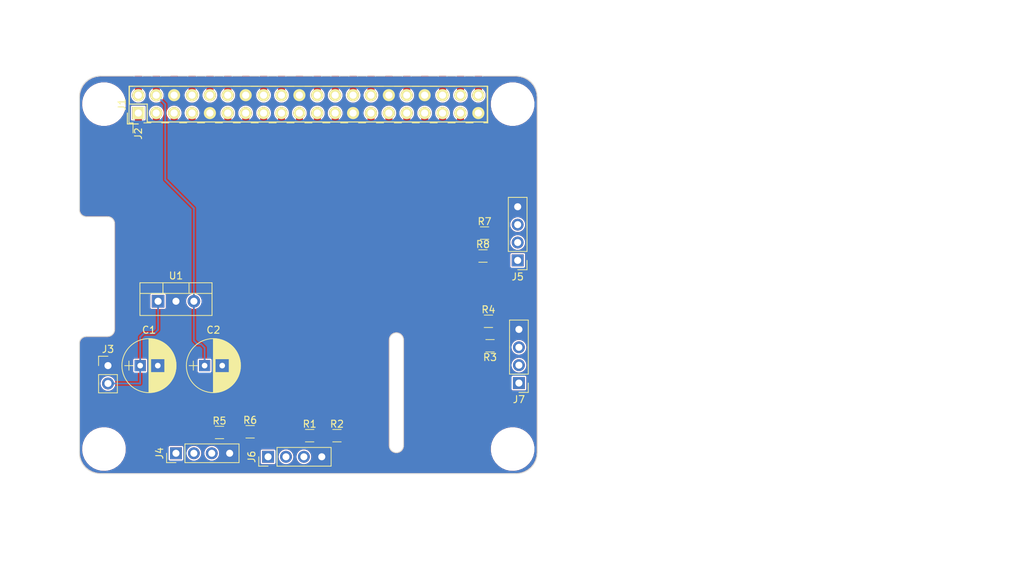
<source format=kicad_pcb>
(kicad_pcb (version 4) (host pcbnew 4.0.7)
  (layers (0 F.Cu signal) (31 B.Cu signal) (34 B.Paste user) (35 F.Paste user) (36 B.SilkS user) (37 F.SilkS user) (38 B.Mask user) (39 F.Mask user) (44 Edge.Cuts user))
  (net 0 "")
  (net 1 GND)
  (net 2 BCM2_SDA)
  (net 3 BCM3_SCL)
  (net 4 BCM4_GPCLK0)
  (net 5 +3V3)
  (net 6 +5V)
  (net 7 BCM14_TXD)
  (net 8 BCM15_RXD)
  (net 9 BCM17)
  (net 10 BCM18_PCM_C)
  (net 11 BCM27_PCM_D)
  (net 12 BCM22)
  (net 13 BCM23)
  (net 14 BCM24)
  (net 15 BCM10_MOSI)
  (net 16 BCM9_MISO)
  (net 17 BCM25)
  (net 18 BCM11_SCLK)
  (net 19 BCM8_CE0)
  (net 20 BCM7_CE1)
  (net 21 BCM0_ID_SD)
  (net 22 BCM1_ID_SC)
  (net 23 BCM5)
  (net 24 BCM6)
  (net 25 BCM12)
  (net 26 BCM13)
  (net 27 BCM19_MISO)
  (net 28 BCM16)
  (net 29 BCM26)
  (net 30 BCM20_MOSI)
  (net 31 BCM21_SCLK)
  (net 32 +7.5V)
  (net 33 TRIG_1)
  (net 34 TRIG_3)
  (net 35 TRIG_4)
  (net 36 "Net-(J4-Pad3)")
  (net 37 TRIG_2)
  (net 38 "Net-(J5-Pad3)")
  (net 39 ECHO_1)
  (net 40 ECHO_3)
  (net 41 "Net-(R4-Pad2)")
  (net 42 ECHO_4)
  (net 43 "Net-(R6-Pad2)")
  (net 44 ECHO_2)
  (net 45 "Net-(J6-Pad3)")
  (net 46 "Net-(J7-Pad3)")
  (module RPi_Hat:Pin_Header_Straight_2x20 (layer F.Cu) (at 131.56 67.5 90)
    (fp_text reference J2 (at -4.191 -24.13 270) (layer F.SilkS))
    (fp_text value RPi_GPIO)
    (pad 1 thru_hole rect (at -1.27 -24.13 90) (size 1.7272 1.7272) (drill 1.016) (layers *.Cu *.Mask F.SilkS) (net 5 +3V3))
    (pad 2 thru_hole oval (at 1.27 -24.13 90) (size 1.7272 1.7272) (drill 1.016) (layers *.Cu *.Mask F.SilkS) (net 6 +5V))
    (pad 3 thru_hole oval (at -1.27 -21.59 90) (size 1.7272 1.7272) (drill 1.016) (layers *.Cu *.Mask F.SilkS) (net 2 BCM2_SDA))
    (pad 4 thru_hole oval (at 1.27 -21.59 90) (size 1.7272 1.7272) (drill 1.016) (layers *.Cu *.Mask F.SilkS) (net 6 +5V))
    (pad 5 thru_hole oval (at -1.27 -19.05 90) (size 1.7272 1.7272) (drill 1.016) (layers *.Cu *.Mask F.SilkS) (net 3 BCM3_SCL))
    (pad 6 thru_hole oval (at 1.27 -19.05 90) (size 1.7272 1.7272) (drill 1.016) (layers *.Cu *.Mask F.SilkS) (net 1 GND))
    (pad 7 thru_hole oval (at -1.27 -16.51 90) (size 1.7272 1.7272) (drill 1.016) (layers *.Cu *.Mask F.SilkS) (net 4 BCM4_GPCLK0))
    (pad 8 thru_hole oval (at 1.27 -16.51 90) (size 1.7272 1.7272) (drill 1.016) (layers *.Cu *.Mask F.SilkS) (net 7 BCM14_TXD))
    (pad 9 thru_hole oval (at -1.27 -13.97 90) (size 1.7272 1.7272) (drill 1.016) (layers *.Cu *.Mask F.SilkS) (net 1 GND))
    (pad 10 thru_hole oval (at 1.27 -13.97 90) (size 1.7272 1.7272) (drill 1.016) (layers *.Cu *.Mask F.SilkS) (net 8 BCM15_RXD))
    (pad 11 thru_hole oval (at -1.27 -11.43 90) (size 1.7272 1.7272) (drill 1.016) (layers *.Cu *.Mask F.SilkS) (net 9 BCM17))
    (pad 12 thru_hole oval (at 1.27 -11.43 90) (size 1.7272 1.7272) (drill 1.016) (layers *.Cu *.Mask F.SilkS) (net 10 BCM18_PCM_C))
    (pad 13 thru_hole oval (at -1.27 -8.89 90) (size 1.7272 1.7272) (drill 1.016) (layers *.Cu *.Mask F.SilkS) (net 11 BCM27_PCM_D))
    (pad 14 thru_hole oval (at 1.27 -8.89 90) (size 1.7272 1.7272) (drill 1.016) (layers *.Cu *.Mask F.SilkS) (net 1 GND))
    (pad 15 thru_hole oval (at -1.27 -6.35 90) (size 1.7272 1.7272) (drill 1.016) (layers *.Cu *.Mask F.SilkS) (net 12 BCM22))
    (pad 16 thru_hole oval (at 1.27 -6.35 90) (size 1.7272 1.7272) (drill 1.016) (layers *.Cu *.Mask F.SilkS) (net 13 BCM23))
    (pad 17 thru_hole oval (at -1.27 -3.81 90) (size 1.7272 1.7272) (drill 1.016) (layers *.Cu *.Mask F.SilkS) (net 5 +3V3))
    (pad 18 thru_hole oval (at 1.27 -3.81 90) (size 1.7272 1.7272) (drill 1.016) (layers *.Cu *.Mask F.SilkS) (net 14 BCM24))
    (pad 19 thru_hole oval (at -1.27 -1.27 90) (size 1.7272 1.7272) (drill 1.016) (layers *.Cu *.Mask F.SilkS) (net 15 BCM10_MOSI))
    (pad 20 thru_hole oval (at 1.27 -1.27 90) (size 1.7272 1.7272) (drill 1.016) (layers *.Cu *.Mask F.SilkS) (net 1 GND))
    (pad 21 thru_hole oval (at -1.27 1.27 90) (size 1.7272 1.7272) (drill 1.016) (layers *.Cu *.Mask F.SilkS) (net 16 BCM9_MISO))
    (pad 22 thru_hole oval (at 1.27 1.27 90) (size 1.7272 1.7272) (drill 1.016) (layers *.Cu *.Mask F.SilkS) (net 17 BCM25))
    (pad 23 thru_hole oval (at -1.27 3.81 90) (size 1.7272 1.7272) (drill 1.016) (layers *.Cu *.Mask F.SilkS) (net 18 BCM11_SCLK))
    (pad 24 thru_hole oval (at 1.27 3.81 90) (size 1.7272 1.7272) (drill 1.016) (layers *.Cu *.Mask F.SilkS) (net 19 BCM8_CE0))
    (pad 25 thru_hole oval (at -1.27 6.35 90) (size 1.7272 1.7272) (drill 1.016) (layers *.Cu *.Mask F.SilkS) (net 1 GND))
    (pad 26 thru_hole oval (at 1.27 6.35 90) (size 1.7272 1.7272) (drill 1.016) (layers *.Cu *.Mask F.SilkS) (net 20 BCM7_CE1))
    (pad 27 thru_hole oval (at -1.27 8.89 90) (size 1.7272 1.7272) (drill 1.016) (layers *.Cu *.Mask F.SilkS) (net 21 BCM0_ID_SD))
    (pad 28 thru_hole oval (at 1.27 8.89 90) (size 1.7272 1.7272) (drill 1.016) (layers *.Cu *.Mask F.SilkS) (net 22 BCM1_ID_SC))
    (pad 29 thru_hole oval (at -1.27 11.43 90) (size 1.7272 1.7272) (drill 1.016) (layers *.Cu *.Mask F.SilkS) (net 23 BCM5))
    (pad 30 thru_hole oval (at 1.27 11.43 90) (size 1.7272 1.7272) (drill 1.016) (layers *.Cu *.Mask F.SilkS) (net 1 GND))
    (pad 31 thru_hole oval (at -1.27 13.97 90) (size 1.7272 1.7272) (drill 1.016) (layers *.Cu *.Mask F.SilkS) (net 24 BCM6))
    (pad 32 thru_hole oval (at 1.27 13.97 90) (size 1.7272 1.7272) (drill 1.016) (layers *.Cu *.Mask F.SilkS) (net 25 BCM12))
    (pad 33 thru_hole oval (at -1.27 16.51 90) (size 1.7272 1.7272) (drill 1.016) (layers *.Cu *.Mask F.SilkS) (net 26 BCM13))
    (pad 34 thru_hole oval (at 1.27 16.51 90) (size 1.7272 1.7272) (drill 1.016) (layers *.Cu *.Mask F.SilkS) (net 1 GND))
    (pad 35 thru_hole oval (at -1.27 19.05 90) (size 1.7272 1.7272) (drill 1.016) (layers *.Cu *.Mask F.SilkS) (net 27 BCM19_MISO))
    (pad 36 thru_hole oval (at 1.27 19.05 90) (size 1.7272 1.7272) (drill 1.016) (layers *.Cu *.Mask F.SilkS) (net 28 BCM16))
    (pad 37 thru_hole oval (at -1.27 21.59 90) (size 1.7272 1.7272) (drill 1.016) (layers *.Cu *.Mask F.SilkS) (net 29 BCM26))
    (pad 38 thru_hole oval (at 1.27 21.59 90) (size 1.7272 1.7272) (drill 1.016) (layers *.Cu *.Mask F.SilkS) (net 30 BCM20_MOSI))
    (pad 39 thru_hole oval (at -1.27 24.13 90) (size 1.7272 1.7272) (drill 1.016) (layers *.Cu *.Mask F.SilkS) (net 1 GND))
    (pad 40 thru_hole oval (at 1.27 24.13 90) (size 1.7272 1.7272) (drill 1.016) (layers *.Cu *.Mask F.SilkS) (net 31 BCM21_SCLK))
  )
  (module RPi_Hat:RPi_Hat_Mounting_Hole (layer F.Cu) (at 160.56 67.5)
    (fp_text reference "" hide)
    (fp_text value "" hide)
    (pad "" np_thru_hole circle (at 0 0) (size 2.75 2.75) (drill 2.75) (layers *.Cu *.Mask) (clearance 1.725))
  )
  (module RPi_Hat:RPi_Hat_Mounting_Hole (layer F.Cu) (at 160.56 116.5)
    (fp_text reference "" hide)
    (fp_text value "" hide)
    (pad "" np_thru_hole circle (at 0 0) (size 2.75 2.75) (drill 2.75) (layers *.Cu *.Mask) (clearance 1.725))
  )
  (module RPi_Hat:RPi_Hat_Mounting_Hole (layer F.Cu) (at 102.56 116.5)
    (fp_text reference "" hide)
    (fp_text value "" hide)
    (pad "" np_thru_hole circle (at 0 0) (size 2.75 2.75) (drill 2.75) (layers *.Cu *.Mask) (clearance 1.725))
  )
  (module RPi_Hat:RPi_Hat_Mounting_Hole (layer F.Cu) (at 102.56 67.5)
    (fp_text reference "" hide)
    (fp_text value "" hide)
    (pad "" np_thru_hole circle (at 0 0) (size 2.75 2.75) (drill 2.75) (layers *.Cu *.Mask) (clearance 1.725))
  )
  (module Pin_Headers:Pin_Header_Straight_2x20_Pitch2.54mm_SMD (layer F.Cu) (at 131.572 67.564 90)
    (fp_text reference J1 (at 0 -26.46 90) (layer F.SilkS))
    (fp_text value Conn_02x20_Odd_Even)
    (pad 1 smd rect (at -2.525 -24.13 90) (size 3.15 1) (layers F.Cu F.Paste F.Mask) (net 5 +3V3))
    (pad 2 smd rect (at 2.525 -24.13 90) (size 3.15 1) (layers F.Cu F.Paste F.Mask) (net 6 +5V))
    (pad 3 smd rect (at -2.525 -21.59 90) (size 3.15 1) (layers F.Cu F.Paste F.Mask) (net 2 BCM2_SDA))
    (pad 4 smd rect (at 2.525 -21.59 90) (size 3.15 1) (layers F.Cu F.Paste F.Mask) (net 6 +5V))
    (pad 5 smd rect (at -2.525 -19.05 90) (size 3.15 1) (layers F.Cu F.Paste F.Mask) (net 3 BCM3_SCL))
    (pad 6 smd rect (at 2.525 -19.05 90) (size 3.15 1) (layers F.Cu F.Paste F.Mask) (net 1 GND))
    (pad 7 smd rect (at -2.525 -16.51 90) (size 3.15 1) (layers F.Cu F.Paste F.Mask) (net 4 BCM4_GPCLK0))
    (pad 8 smd rect (at 2.525 -16.51 90) (size 3.15 1) (layers F.Cu F.Paste F.Mask) (net 7 BCM14_TXD))
    (pad 9 smd rect (at -2.525 -13.97 90) (size 3.15 1) (layers F.Cu F.Paste F.Mask) (net 1 GND))
    (pad 10 smd rect (at 2.525 -13.97 90) (size 3.15 1) (layers F.Cu F.Paste F.Mask) (net 8 BCM15_RXD))
    (pad 11 smd rect (at -2.525 -11.43 90) (size 3.15 1) (layers F.Cu F.Paste F.Mask) (net 9 BCM17))
    (pad 12 smd rect (at 2.525 -11.43 90) (size 3.15 1) (layers F.Cu F.Paste F.Mask) (net 10 BCM18_PCM_C))
    (pad 13 smd rect (at -2.525 -8.89 90) (size 3.15 1) (layers F.Cu F.Paste F.Mask) (net 11 BCM27_PCM_D))
    (pad 14 smd rect (at 2.525 -8.89 90) (size 3.15 1) (layers F.Cu F.Paste F.Mask) (net 1 GND))
    (pad 15 smd rect (at -2.525 -6.35 90) (size 3.15 1) (layers F.Cu F.Paste F.Mask) (net 12 BCM22))
    (pad 16 smd rect (at 2.525 -6.35 90) (size 3.15 1) (layers F.Cu F.Paste F.Mask) (net 13 BCM23))
    (pad 17 smd rect (at -2.525 -3.81 90) (size 3.15 1) (layers F.Cu F.Paste F.Mask) (net 5 +3V3))
    (pad 18 smd rect (at 2.525 -3.81 90) (size 3.15 1) (layers F.Cu F.Paste F.Mask) (net 14 BCM24))
    (pad 19 smd rect (at -2.525 -1.27 90) (size 3.15 1) (layers F.Cu F.Paste F.Mask) (net 15 BCM10_MOSI))
    (pad 20 smd rect (at 2.525 -1.27 90) (size 3.15 1) (layers F.Cu F.Paste F.Mask) (net 1 GND))
    (pad 21 smd rect (at -2.525 1.27 90) (size 3.15 1) (layers F.Cu F.Paste F.Mask) (net 16 BCM9_MISO))
    (pad 22 smd rect (at 2.525 1.27 90) (size 3.15 1) (layers F.Cu F.Paste F.Mask) (net 17 BCM25))
    (pad 23 smd rect (at -2.525 3.81 90) (size 3.15 1) (layers F.Cu F.Paste F.Mask) (net 18 BCM11_SCLK))
    (pad 24 smd rect (at 2.525 3.81 90) (size 3.15 1) (layers F.Cu F.Paste F.Mask) (net 19 BCM8_CE0))
    (pad 25 smd rect (at -2.525 6.35 90) (size 3.15 1) (layers F.Cu F.Paste F.Mask) (net 1 GND))
    (pad 26 smd rect (at 2.525 6.35 90) (size 3.15 1) (layers F.Cu F.Paste F.Mask) (net 20 BCM7_CE1))
    (pad 27 smd rect (at -2.525 8.89 90) (size 3.15 1) (layers F.Cu F.Paste F.Mask) (net 21 BCM0_ID_SD))
    (pad 28 smd rect (at 2.525 8.89 90) (size 3.15 1) (layers F.Cu F.Paste F.Mask) (net 22 BCM1_ID_SC))
    (pad 29 smd rect (at -2.525 11.43 90) (size 3.15 1) (layers F.Cu F.Paste F.Mask) (net 23 BCM5))
    (pad 30 smd rect (at 2.525 11.43 90) (size 3.15 1) (layers F.Cu F.Paste F.Mask) (net 1 GND))
    (pad 31 smd rect (at -2.525 13.97 90) (size 3.15 1) (layers F.Cu F.Paste F.Mask) (net 24 BCM6))
    (pad 32 smd rect (at 2.525 13.97 90) (size 3.15 1) (layers F.Cu F.Paste F.Mask) (net 25 BCM12))
    (pad 33 smd rect (at -2.525 16.51 90) (size 3.15 1) (layers F.Cu F.Paste F.Mask) (net 26 BCM13))
    (pad 34 smd rect (at 2.525 16.51 90) (size 3.15 1) (layers F.Cu F.Paste F.Mask) (net 1 GND))
    (pad 35 smd rect (at -2.525 19.05 90) (size 3.15 1) (layers F.Cu F.Paste F.Mask) (net 27 BCM19_MISO))
    (pad 36 smd rect (at 2.525 19.05 90) (size 3.15 1) (layers F.Cu F.Paste F.Mask) (net 28 BCM16))
    (pad 37 smd rect (at -2.525 21.59 90) (size 3.15 1) (layers F.Cu F.Paste F.Mask) (net 29 BCM26))
    (pad 38 smd rect (at 2.525 21.59 90) (size 3.15 1) (layers F.Cu F.Paste F.Mask) (net 30 BCM20_MOSI))
    (pad 39 smd rect (at -2.525 24.13 90) (size 3.15 1) (layers F.Cu F.Paste F.Mask) (net 1 GND))
    (pad 40 smd rect (at 2.525 24.13 90) (size 3.15 1) (layers F.Cu F.Paste F.Mask) (net 31 BCM21_SCLK))
  )
  (module Capacitors_THT:CP_Radial_D7.5mm_P2.50mm (layer F.Cu) (at 107.696 104.648)
    (fp_text reference C1 (at 1.25 -5.06) (layer F.SilkS))
    (fp_text value CP)
    (pad 1 thru_hole rect (at 0 0) (size 1.6 1.6) (drill 0.8) (layers *.Cu *.Mask) (net 32 +7.5V))
    (pad 2 thru_hole circle (at 2.5 0) (size 1.6 1.6) (drill 0.8) (layers *.Cu *.Mask) (net 1 GND))
  )
  (module Capacitors_THT:CP_Radial_D7.5mm_P2.50mm (layer F.Cu) (at 116.84 104.648)
    (fp_text reference C2 (at 1.25 -5.06) (layer F.SilkS))
    (fp_text value CP)
    (pad 1 thru_hole rect (at 0 0) (size 1.6 1.6) (drill 0.8) (layers *.Cu *.Mask) (net 6 +5V))
    (pad 2 thru_hole circle (at 2.5 0) (size 1.6 1.6) (drill 0.8) (layers *.Cu *.Mask) (net 1 GND))
  )
  (module Socket_Strips:Socket_Strip_Straight_1x02_Pitch2.54mm (layer F.Cu) (at 103.124 104.648)
    (fp_text reference J3 (at 0 -2.33) (layer F.SilkS))
    (fp_text value Conn_01x02_Female)
    (pad 1 thru_hole rect (at 0 0) (size 1.7 1.7) (drill 1) (layers *.Cu *.Mask) (net 1 GND))
    (pad 2 thru_hole oval (at 0 2.54) (size 1.7 1.7) (drill 1) (layers *.Cu *.Mask) (net 32 +7.5V))
  )
  (module TO_SOT_Packages_THT:TO-220-3_Vertical (layer F.Cu) (at 110.236 95.504)
    (fp_text reference U1 (at 2.54 -3.62) (layer F.SilkS))
    (fp_text value LM7805_TO220)
    (pad 1 thru_hole rect (at 0 0) (size 1.8 1.8) (drill 1) (layers *.Cu *.Mask) (net 32 +7.5V))
    (pad 2 thru_hole oval (at 2.54 0) (size 1.8 1.8) (drill 1) (layers *.Cu *.Mask) (net 1 GND))
    (pad 3 thru_hole oval (at 5.08 0) (size 1.8 1.8) (drill 1) (layers *.Cu *.Mask) (net 6 +5V))
  )
  (module Socket_Strips:Socket_Strip_Straight_1x04_Pitch2.54mm (layer F.Cu) (at 161.275 89.7 180)
    (fp_text reference J5 (at 0 -2.33 180) (layer F.SilkS))
    (fp_text value Conn_01x04_Female)
    (pad 1 thru_hole rect (at 0 0 180) (size 1.7 1.7) (drill 1) (layers *.Cu *.Mask) (net 6 +5V))
    (pad 2 thru_hole oval (at 0 2.54 180) (size 1.7 1.7) (drill 1) (layers *.Cu *.Mask) (net 37 TRIG_2))
    (pad 3 thru_hole oval (at 0 5.08 180) (size 1.7 1.7) (drill 1) (layers *.Cu *.Mask) (net 38 "Net-(J5-Pad3)"))
    (pad 4 thru_hole oval (at 0 7.62 180) (size 1.7 1.7) (drill 1) (layers *.Cu *.Mask) (net 1 GND))
  )
  (module Resistors_SMD:R_0805 (layer F.Cu) (at 131.75 114.6)
    (fp_text reference R1 (at 0 -1.65) (layer F.SilkS))
    (fp_text value 330R)
    (pad 1 smd rect (at -0.95 0) (size 0.7 1.3) (layers F.Cu F.Paste F.Mask) (net 45 "Net-(J6-Pad3)"))
    (pad 2 smd rect (at 0.95 0) (size 0.7 1.3) (layers F.Cu F.Paste F.Mask) (net 39 ECHO_1))
  )
  (module Resistors_SMD:R_0805 (layer F.Cu) (at 135.625 114.6)
    (fp_text reference R2 (at 0 -1.65) (layer F.SilkS))
    (fp_text value 470R)
    (pad 1 smd rect (at -0.95 0) (size 0.7 1.3) (layers F.Cu F.Paste F.Mask) (net 39 ECHO_1))
    (pad 2 smd rect (at 0.95 0) (size 0.7 1.3) (layers F.Cu F.Paste F.Mask) (net 1 GND))
  )
  (module Resistors_SMD:R_0805 (layer F.Cu) (at 157.35 101.825 180)
    (fp_text reference R3 (at 0 -1.65 180) (layer F.SilkS))
    (fp_text value R)
    (pad 1 smd rect (at -0.95 0 180) (size 0.7 1.3) (layers F.Cu F.Paste F.Mask) (net 46 "Net-(J7-Pad3)"))
    (pad 2 smd rect (at 0.95 0 180) (size 0.7 1.3) (layers F.Cu F.Paste F.Mask) (net 40 ECHO_3))
  )
  (module Resistors_SMD:R_0805 (layer F.Cu) (at 157.125 98.35)
    (fp_text reference R4 (at 0 -1.65) (layer F.SilkS))
    (fp_text value R)
    (pad 1 smd rect (at -0.95 0) (size 0.7 1.3) (layers F.Cu F.Paste F.Mask) (net 40 ECHO_3))
    (pad 2 smd rect (at 0.95 0) (size 0.7 1.3) (layers F.Cu F.Paste F.Mask) (net 41 "Net-(R4-Pad2)"))
  )
  (module Resistors_SMD:R_0805 (layer F.Cu) (at 118.95 114.15)
    (fp_text reference R5 (at 0 -1.65) (layer F.SilkS))
    (fp_text value R)
    (pad 1 smd rect (at -0.95 0) (size 0.7 1.3) (layers F.Cu F.Paste F.Mask) (net 36 "Net-(J4-Pad3)"))
    (pad 2 smd rect (at 0.95 0) (size 0.7 1.3) (layers F.Cu F.Paste F.Mask) (net 42 ECHO_4))
  )
  (module Resistors_SMD:R_0805 (layer F.Cu) (at 123.3 114.05)
    (fp_text reference R6 (at 0 -1.65) (layer F.SilkS))
    (fp_text value R)
    (pad 1 smd rect (at -0.95 0) (size 0.7 1.3) (layers F.Cu F.Paste F.Mask) (net 42 ECHO_4))
    (pad 2 smd rect (at 0.95 0) (size 0.7 1.3) (layers F.Cu F.Paste F.Mask) (net 43 "Net-(R6-Pad2)"))
  )
  (module Resistors_SMD:R_0805 (layer F.Cu) (at 156.575 85.825)
    (fp_text reference R7 (at 0 -1.65) (layer F.SilkS))
    (fp_text value 330R)
    (pad 1 smd rect (at -0.95 0) (size 0.7 1.3) (layers F.Cu F.Paste F.Mask) (net 38 "Net-(J5-Pad3)"))
    (pad 2 smd rect (at 0.95 0) (size 0.7 1.3) (layers F.Cu F.Paste F.Mask) (net 44 ECHO_2))
  )
  (module Resistors_SMD:R_0805 (layer F.Cu) (at 156.35 89.075)
    (fp_text reference R8 (at 0 -1.65) (layer F.SilkS))
    (fp_text value 470R)
    (pad 1 smd rect (at -0.95 0) (size 0.7 1.3) (layers F.Cu F.Paste F.Mask) (net 44 ECHO_2))
    (pad 2 smd rect (at 0.95 0) (size 0.7 1.3) (layers F.Cu F.Paste F.Mask) (net 1 GND))
  )
  (module Socket_Strips:Socket_Strip_Straight_1x04_Pitch2.54mm (layer F.Cu) (at 112.775 117.1 90)
    (fp_text reference J4 (at 0 -2.33 90) (layer F.SilkS))
    (fp_text value Conn_01x04_Female)
    (pad 1 thru_hole rect (at 0 0 90) (size 1.7 1.7) (drill 1) (layers *.Cu *.Mask) (net 6 +5V))
    (pad 2 thru_hole oval (at 0 2.54 90) (size 1.7 1.7) (drill 1) (layers *.Cu *.Mask) (net 35 TRIG_4))
    (pad 3 thru_hole oval (at 0 5.08 90) (size 1.7 1.7) (drill 1) (layers *.Cu *.Mask) (net 36 "Net-(J4-Pad3)"))
    (pad 4 thru_hole oval (at 0 7.62 90) (size 1.7 1.7) (drill 1) (layers *.Cu *.Mask) (net 1 GND))
  )
  (module Socket_Strips:Socket_Strip_Straight_1x04_Pitch2.54mm (layer F.Cu) (at 125.85 117.6 90)
    (fp_text reference J6 (at 0 -2.33 90) (layer F.SilkS))
    (fp_text value Conn_01x04_Female)
    (pad 1 thru_hole rect (at 0 0 90) (size 1.7 1.7) (drill 1) (layers *.Cu *.Mask) (net 6 +5V))
    (pad 2 thru_hole oval (at 0 2.54 90) (size 1.7 1.7) (drill 1) (layers *.Cu *.Mask) (net 33 TRIG_1))
    (pad 3 thru_hole oval (at 0 5.08 90) (size 1.7 1.7) (drill 1) (layers *.Cu *.Mask) (net 45 "Net-(J6-Pad3)"))
    (pad 4 thru_hole oval (at 0 7.62 90) (size 1.7 1.7) (drill 1) (layers *.Cu *.Mask) (net 1 GND))
  )
  (module Socket_Strips:Socket_Strip_Straight_1x04_Pitch2.54mm (layer F.Cu) (at 161.45 107.125 180)
    (fp_text reference J7 (at 0 -2.33 180) (layer F.SilkS))
    (fp_text value Conn_01x04_Female)
    (pad 1 thru_hole rect (at 0 0 180) (size 1.7 1.7) (drill 1) (layers *.Cu *.Mask) (net 6 +5V))
    (pad 2 thru_hole oval (at 0 2.54 180) (size 1.7 1.7) (drill 1) (layers *.Cu *.Mask) (net 34 TRIG_3))
    (pad 3 thru_hole oval (at 0 5.08 180) (size 1.7 1.7) (drill 1) (layers *.Cu *.Mask) (net 46 "Net-(J7-Pad3)"))
    (pad 4 thru_hole oval (at 0 7.62 180) (size 1.7 1.7) (drill 1) (layers *.Cu *.Mask) (net 1 GND))
  )
  (gr_arc (start 161.06 66.5) (end 161.06 63.5) (angle 90) (layer Edge.Cuts) (width 0.1))
  (gr_line (start 102.06 63.5) (end 161.06 63.5) (angle 90) (layer Edge.Cuts) (width 0.1))
  (gr_arc (start 102.06 66.5) (end 99.06 66.5) (angle 90) (layer Edge.Cuts) (width 0.1))
  (gr_line (start 164.06 66.5) (end 164.06 117) (angle 90) (layer Edge.Cuts) (width 0.1))
  (gr_arc (start 144.06 116) (end 143.06 116) (angle -180) (layer Edge.Cuts) (width 0.1))
  (gr_arc (start 144.06 101) (end 143.06 101) (angle 180) (layer Edge.Cuts) (width 0.1))
  (gr_line (start 145.06 101) (end 145.06 116) (angle 90) (layer Edge.Cuts) (width 0.1))
  (gr_line (start 143.06 101) (end 143.06 116) (angle 90) (layer Edge.Cuts) (width 0.1))
  (gr_arc (start 100.06 101.5) (end 99.06 101.5) (angle 90) (layer Edge.Cuts) (width 0.1))
  (gr_arc (start 103.06 99.5) (end 104.06 99.5) (angle 90) (layer Edge.Cuts) (width 0.1))
  (gr_arc (start 103.06 84.5) (end 103.06 83.5) (angle 90) (layer Edge.Cuts) (width 0.1))
  (gr_arc (start 100.06 82.5) (end 100.06 83.5) (angle 90) (layer Edge.Cuts) (width 0.1))
  (gr_arc (start 161.06 117) (end 164.06 117) (angle 90) (layer Edge.Cuts) (width 0.1))
  (gr_arc (start 102.06 117) (end 102.06 120) (angle 90) (layer Edge.Cuts) (width 0.1))
  (gr_line (start 99.06 101.5) (end 99.06 117) (layer Edge.Cuts) (width 0.1))
  (gr_line (start 99.06 66.5) (end 99.06 82.5) (layer Edge.Cuts) (width 0.1))
  (gr_line (start 100.06 100.5) (end 103.06 100.5) (layer Edge.Cuts) (width 0.1))
  (gr_line (start 100.06 83.5) (end 103.06 83.5) (layer Edge.Cuts) (width 0.1))
  (gr_line (start 104.06 84.5) (end 104.06 99.5) (layer Edge.Cuts) (width 0.1))
  (gr_line (start 102.06 120) (end 161.06 120) (angle 90) (layer Edge.Cuts) (width 0.1))
  (segment (start 111.252 67.512) (end 109.97 66.23) (width 0.25) (layer B.Cu) (net 6))
  (segment (start 111.252 78.232) (end 111.252 67.512) (width 0.25) (layer B.Cu) (net 6))
  (segment (start 115.316 82.296) (end 111.252 78.232) (width 0.25) (layer B.Cu) (net 6))
  (segment (start 115.316 95.504) (end 115.316 82.296) (width 0.25) (layer B.Cu) (net 6))
  (segment (start 116.84 104.648) (end 116.84 102.108) (width 0.25) (layer B.Cu) (net 6))
  (segment (start 115.316 101.092) (end 115.316 95.504) (width 0.25) (layer B.Cu) (net 6))
  (segment (start 115.824 101.6) (end 115.316 101.092) (width 0.25) (layer B.Cu) (net 6))
  (segment (start 116.332 101.6) (end 115.824 101.6) (width 0.25) (layer B.Cu) (net 6))
  (segment (start 116.84 102.108) (end 116.332 101.6) (width 0.25) (layer B.Cu) (net 6))
  (segment (start 107.696 104.648) (end 107.696 100.584) (width 0.25) (layer B.Cu) (net 32))
  (segment (start 110.236 99.568) (end 110.236 95.504) (width 0.25) (layer B.Cu) (net 32))
  (segment (start 109.728 100.076) (end 110.236 99.568) (width 0.25) (layer B.Cu) (net 32))
  (segment (start 108.204 100.076) (end 109.728 100.076) (width 0.25) (layer B.Cu) (net 32))
  (segment (start 107.696 100.584) (end 108.204 100.076) (width 0.25) (layer B.Cu) (net 32))
  (segment (start 103.124 107.188) (end 107.696 107.188) (width 0.25) (layer B.Cu) (net 32))
  (segment (start 107.696 107.188) (end 107.696 104.648) (width 0.25) (layer B.Cu) (net 32))
  (zone (net 1) (net_name GND) (layer B.Cu) (connect_pads yes (clearance 0.0408)) (min_thickness 0.0408) (fill yes (arc_segments 32) (thermal_gap 0.6) (thermal_bridge_width 0.6))
    (polygon (pts (xy 173.228 124.968) (xy 91.44 124.46) (xy 91.44 60.452) (xy 173.228 60.452)))
  )
  (zone (net 1) (net_name GND) (layer F.Cu) (connect_pads yes (clearance 0.0408)) (min_thickness 0.0408) (fill yes (arc_segments 32) (thermal_gap 0.6) (thermal_bridge_width 0.6))
    (polygon (pts (xy 91.44 60.452) (xy 173.228 60.452) (xy 173.228 124.968) (xy 91.948 124.46)))
  )
)
</source>
